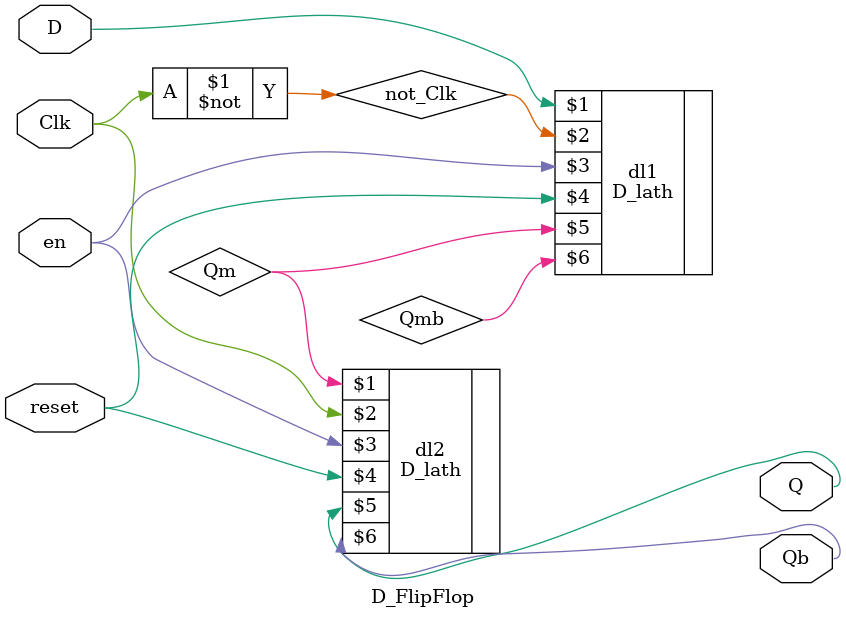
<source format=sv>
module D_FlipFlop(input D,input Clk,input en,input reset, output logic Q , output logic Qb);
  wire Qm,Qmb;
  wire not_Clk;
  not(not_Clk,Clk);
  
  D_lath dl1(D,not_Clk,en,reset,Qm,Qmb);
  D_lath dl2(Qm,Clk,en,reset,Q,Qb);

endmodule
</source>
